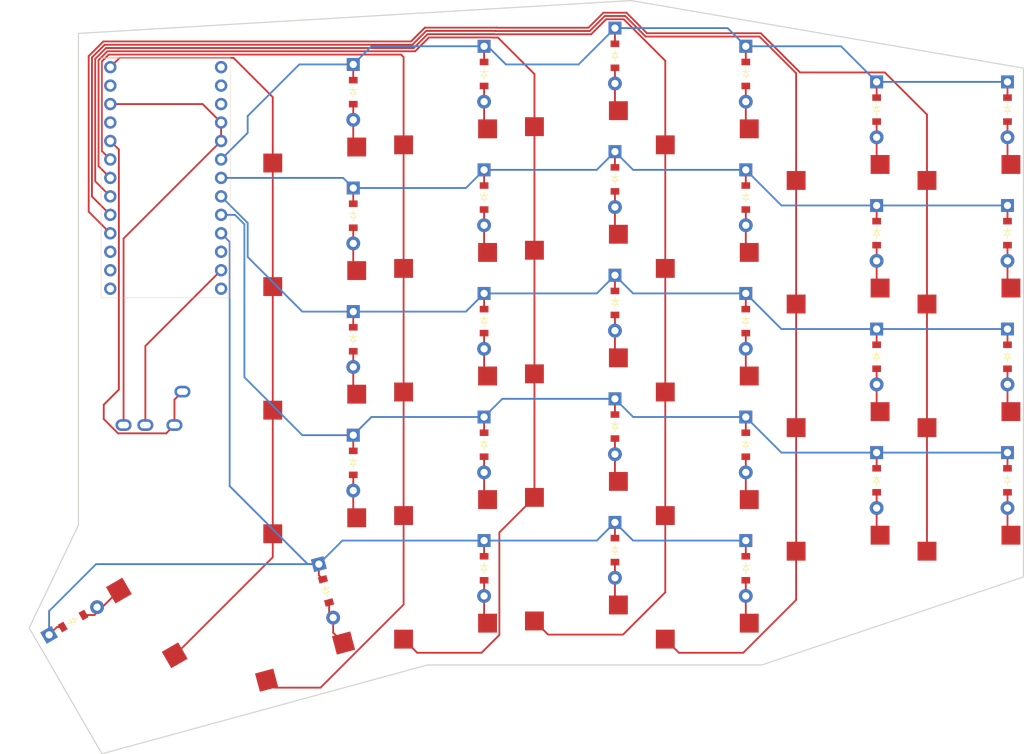
<source format=kicad_pcb>
(kicad_pcb (version 20221018) (generator pcbnew)
  (title_block (title "main_pcb") (rev "v1.0.0") (company "Unknown"))
  (layers (0 "F.Cu" signal) (31 "B.Cu" signal) (34 "B.Paste" user) (35 "F.Paste" user) (36 "B.SilkS" user "B.Silkscreen") (37 "F.SilkS" user "F.Silkscreen") (38 "B.Mask" user) (39 "F.Mask" user) (44 "Edge.Cuts" user))
  (net 0 "")
  (net 1 "P22")
  (net 2 "outer_bottom")
  (net 3 "outer_home")
  (net 4 "outer_top")
  (net 5 "outer_num")
  (net 6 "P26")
  (net 7 "pinky_bottom")
  (net 8 "pinky_home")
  (net 9 "pinky_top")
  (net 10 "pinky_num")
  (net 11 "ring_mod")
  (net 12 "P27")
  (net 13 "ring_bottom")
  (net 14 "ring_home")
  (net 15 "ring_top")
  (net 16 "ring_num")
  (net 17 "middle_mod")
  (net 18 "P28")
  (net 19 "middle_bottom")
  (net 20 "middle_home")
  (net 21 "middle_top")
  (net 22 "middle_num")
  (net 23 "index_mod")
  (net 24 "P29")
  (net 25 "index_bottom")
  (net 26 "index_home")
  (net 27 "index_top")
  (net 28 "index_num")
  (net 29 "P11")
  (net 30 "inner_bottom")
  (net 31 "inner_home")
  (net 32 "inner_top")
  (net 33 "inner_num")
  (net 34 "layer_cluster")
  (net 35 "space_cluster")
  (net 36 "P5")
  (net 37 "P4")
  (net 38 "P3")
  (net 39 "P2")
  (net 40 "P6")
  (net 41 "RAW")
  (net 42 "RST")
  (net 43 "VDD")
  (net 44 "GND")
  (net 45 "P0")
  (net 46 "P1")
  (net 47 "P7")
  (net 48 "P8")
  (net 49 "P9")
  (net 50 "P10")
  (net 51 "P20")
  (net 52 "P21")
  (net 53 "P23")
  (footprint "ComboDiode" (layer "F.Cu") (at 206.521426 157.3 -90)
    (fp_text reference "D21" hide)
    (fp_text value "")
  )
  (footprint "ComboDiode" (layer "F.Cu") (at 278.521426 128.2 -90)
    (fp_text reference "D4" hide)
    (fp_text value "")
  )
  (footprint "ComboDiode" (layer "F.Cu") (at 206.521426 191.3 -90)
    (fp_text reference "D19" hide)
    (fp_text value "")
  )
  (footprint "ComboDiode" (layer "F.Cu") (at 188.521426 176.8 -90)
    (fp_text reference "D24" hide)
    (fp_text value "")
  )
  (footprint "ComboDiode" (layer "F.Cu") (at 278.521426 179.2 -90)
    (fp_text reference "D1" hide)
    (fp_text value "")
  )
  (footprint "ComboDiode" (layer "F.Cu") (at 188.521426 142.8 -90)
    (fp_text reference "D26" hide)
    (fp_text value "")
  )
  (footprint "ComboDiode" (layer "F.Cu") (at 242.521426 191.3 -90)
    (fp_text reference "D9" hide)
    (fp_text value "")
  )
  (footprint "ComboDiode" (layer "F.Cu") (at 206.521426 123.3 -90)
    (fp_text reference "D23" hide)
    (fp_text value "")
  )
  (footprint "ComboDiode" (layer "F.Cu") (at 149.978801 198.555669 30)
    (fp_text reference "D29" hide)
    (fp_text value "")
  )
  (footprint "ComboDiode" (layer "F.Cu") (at 184.772135 194.410693 -75)
    (fp_text reference "D28" hide)
    (fp_text value "")
  )
  (footprint "ComboDiode" (layer "F.Cu") (at 242.521426 157.3 -90)
    (fp_text reference "D11" hide)
    (fp_text value "")
  )
  (footprint "ComboDiode" (layer "F.Cu") (at 224.521426 137.8 -90)
    (fp_text reference "D17" hide)
    (fp_text value "")
  )
  (footprint "ComboDiode" (layer "F.Cu") (at 224.521426 120.8 -90)
    (fp_text reference "D18" hide)
    (fp_text value "")
  )
  (footprint "ComboDiode" (layer "F.Cu") (at 242.521426 123.3 -90)
    (fp_text reference "D13" hide)
    (fp_text value "")
  )
  (footprint "ComboDiode" (layer "F.Cu") (at 188.521426 125.8 -90)
    (fp_text reference "D27" hide)
    (fp_text value "")
  )
  (footprint "ComboDiode" (layer "F.Cu") (at 278.521426 145.2 -90)
    (fp_text reference "D3" hide)
    (fp_text value "")
  )
  (footprint "ComboDiode" (layer "F.Cu") (at 242.521426 174.3 -90)
    (fp_text reference "D10" hide)
    (fp_text value "")
  )
  (footprint "ComboDiode" (layer "F.Cu") (at 260.521426 128.2 -90)
    (fp_text reference "D8" hide)
    (fp_text value "")
  )
  (footprint "ComboDiode" (layer "F.Cu") (at 278.521426 162.2 -90)
    (fp_text reference "D2" hide)
    (fp_text value "")
  )
  (footprint "ComboDiode" (layer "F.Cu") (at 260.521426 162.2 -90)
    (fp_text reference "D6" hide)
    (fp_text value "")
  )
  (footprint "ComboDiode" (layer "F.Cu") (at 188.521426 159.8 -90)
    (fp_text reference "D25" hide)
    (fp_text value "")
  )
  (footprint "ComboDiode" (layer "F.Cu") (at 260.521426 145.2 -90)
    (fp_text reference "D7" hide)
    (fp_text value "")
  )
  (footprint "ComboDiode" (layer "F.Cu") (at 206.521426 140.3 -90)
    (fp_text reference "D22" hide)
    (fp_text value "")
  )
  (footprint "ComboDiode" (layer "F.Cu") (at 242.521426 140.3 -90)
    (fp_text reference "D12" hide)
    (fp_text value "")
  )
  (footprint "ComboDiode" (layer "F.Cu") (at 206.521426 174.3 -90)
    (fp_text reference "D20" hide)
    (fp_text value "")
  )
  (footprint "ComboDiode" (layer "F.Cu") (at 224.521426 154.8 -90)
    (fp_text reference "D16" hide)
    (fp_text value "")
  )
  (footprint "ComboDiode" (layer "F.Cu") (at 224.521426 171.8 -90)
    (fp_text reference "D15" hide)
    (fp_text value "")
  )
  (footprint "ComboDiode" (layer "F.Cu") (at 224.521426 188.8 -90)
    (fp_text reference "D14" hide)
    (fp_text value "")
  )
  (footprint "ComboDiode" (layer "F.Cu") (at 260.521426 179.2 -90)
    (fp_text reference "D5" hide)
    (fp_text value "")
  )
  (footprint "PG1350" (layer "B.Cu") (at 252.721426 183)
    (fp_text reference "S5" hide)
    (fp_text value "" hide)
  )
  (footprint "PG1350" (layer "B.Cu") (at 252.721426 149)
    (fp_text reference "S7" hide)
    (fp_text value "" hide)
  )
  (footprint "PG1350" (layer "B.Cu") (at 234.721426 161.1)
    (fp_text reference "S11" hide)
    (fp_text value "" hide)
  )
  (footprint "PG1350" (layer "B.Cu") (at 198.721426 127.1)
    (fp_text reference "S23" hide)
    (fp_text value "" hide)
  )
  (footprint "PG1350" (layer "B.Cu") (at 270.721426 166)
    (fp_text reference "S2" hide)
    (fp_text value "" hide)
  )
  (footprint "PG1350" (layer "B.Cu") (at 234.721426 144.1)
    (fp_text reference "S12" hide)
    (fp_text value "" hide)
  )
  (footprint "PG1350" (layer "B.Cu") (at 198.721426 195.1)
    (fp_text reference "S19" hide)
    (fp_text value "" hide)
  )
  (footprint "PG1350" (layer "B.Cu") (at 178.221426 200.1 15)
    (fp_text reference "S28" hide)
    (fp_text value "" hide)
  )
  (footprint "PG1350" (layer "B.Cu") (at 198.721426 161.1)
    (fp_text reference "S21" hide)
    (fp_text value "" hide)
  )
  (footprint "PG1350" (layer "B.Cu") (at 198.721426 144.1)
    (fp_text reference "S22" hide)
    (fp_text value "" hide)
  )
  (footprint "PG1350" (layer "B.Cu") (at 157.169698 203.410667 120)
    (fp_text reference "S29" hide)
    (fp_text value "" hide)
  )
  (footprint "PG1350" (layer "B.Cu") (at 216.721426 175.6)
    (fp_text reference "S15" hide)
    (fp_text value "" hide)
  )
  (footprint "PG1350" (layer "B.Cu") (at 270.721426 183)
    (fp_text reference "S1" hide)
    (fp_text value "" hide)
  )
  (footprint "PG1350" (layer "B.Cu") (at 252.721426 132)
    (fp_text reference "S8" hide)
    (fp_text value "" hide)
  )
  (footprint "PG1350" (layer "B.Cu") (at 198.721426 178.1)
    (fp_text reference "S20" hide)
    (fp_text value "" hide)
  )
  (footprint "PG1350" (layer "B.Cu") (at 216.721426 192.6)
    (fp_text reference "S14" hide)
    (fp_text value "" hide)
  )
  (footprint "ProMicroAX" (layer "B.Cu") (at 162.721426 137.6 -90)
    (fp_text reference "MCU-AX1" hide)
    (fp_text value "")
  )
  (footprint "PG1350" (layer "B.Cu") (at 180.721426 163.6)
    (fp_text reference "S25" hide)
    (fp_text value "" hide)
  )
  (footprint "PG1350" (layer "B.Cu") (at 180.721426 129.6)
    (fp_text reference "S27" hide)
    (fp_text value "" hide)
  )
  (footprint "PG1350" (layer "B.Cu") (at 180.721426 146.6)
    (fp_text reference "S26" hide)
    (fp_text value "" hide)
  )
  (footprint "PG1350" (layer "B.Cu") (at 270.721426 132)
    (fp_text reference "S4" hide)
    (fp_text value "" hide)
  )
  (footprint "PG1350" (layer "B.Cu") (at 216.721426 141.6)
    (fp_text reference "S17" hide)
    (fp_text value "" hide)
  )
  (footprint "PG1350" (layer "B.Cu") (at 234.721426 127.1)
    (fp_text reference "S13" hide)
    (fp_text value "" hide)
  )
  (footprint "PG1350" (layer "B.Cu") (at 234.721426 178.1)
    (fp_text reference "S10" hide)
    (fp_text value "" hide)
  )
  (footprint "PG1350" (layer "B.Cu") (at 270.721426 149)
    (fp_text reference "S3" hide)
    (fp_text value "" hide)
  )
  (footprint "PG1350" (layer "B.Cu") (at 180.721426 180.6)
    (fp_text reference "S24" hide)
    (fp_text value "" hide)
  )
  (footprint "TRRS-PJ-320A-dual" (layer "B.Cu") (at 153.721426 171.6 -90)
    (fp_text reference "TRRS1")
    (fp_text value "TRRS-PJ-320A-dual")
  )
  (footprint "PG1350" (layer "B.Cu") (at 252.721426 166)
    (fp_text reference "S6" hide)
    (fp_text value "" hide)
  )
  (footprint "PG1350" (layer "B.Cu") (at 216.721426 124.6)
    (fp_text reference "S18" hide)
    (fp_text value "" hide)
  )
  (footprint "PG1350" (layer "B.Cu") (at 216.721426 158.6)
    (fp_text reference "S16" hide)
    (fp_text value "" hide)
  )
  (footprint "PG1350" (layer "B.Cu") (at 234.721426 195.1)
    (fp_text reference "S9" hide)
    (fp_text value "" hide)
  )
  (gr_line (start 143.942456 199.500413) (end 150.721426 185.35) (stroke (width 0.15)) (layer "Edge.Cuts"))
  (gr_line (start 198.721426 204.6) (end 153.942456 216.820921) (stroke (width 0.15)) (layer "Edge.Cuts"))
  (gr_line (start 150.721426 117.725) (end 226.721426 113.2) (stroke (width 0.15)) (layer "Edge.Cuts"))
  (gr_line (start 280.721426 192.5) (end 244.721426 204.6) (stroke (width 0.15)) (layer "Edge.Cuts"))
  (gr_line (start 226.721426 113.2) (end 280.721426 122.5) (stroke (width 0.15)) (layer "Edge.Cuts"))
  (gr_line (start 244.721426 204.6) (end 198.721426 204.6) (stroke (width 0.15)) (layer "Edge.Cuts"))
  (gr_line (start 153.942456 216.820921) (end 143.942456 199.500413) (stroke (width 0.15)) (layer "Edge.Cuts"))
  (gr_line (start 280.721426 122.5) (end 280.721426 192.5) (stroke (width 0.15)) (layer "Edge.Cuts"))
  (gr_line (start 150.721426 185.35) (end 150.721426 117.725) (stroke (width 0.15)) (layer "Edge.Cuts"))
  (segment (start 226.108218 114.876) (end 228.932218 117.7) (width 0.25) (layer "F.Cu") (net 1))
  (segment (start 154.140258 118.83) (end 196.471426 118.83) (width 0.25) (layer "F.Cu") (net 1))
  (segment (start 249.977822 123.09) (end 261.649426 123.09) (width 0.25) (layer "F.Cu") (net 1))
  (segment (start 155.101426 145.22) (end 152.126426 142.245) (width 0.25) (layer "F.Cu") (net 1))
  (segment (start 152.126426 142.245) (end 152.126426 120.843832) (width 0.25) (layer "F.Cu") (net 1))
  (segment (start 267.446426 137.95) (end 267.446426 188.95) (width 0.25) (layer "F.Cu") (net 1))
  (segment (start 261.649426 123.09) (end 267.446426 128.887) (width 0.25) (layer "F.Cu") (net 1))
  (segment (start 208.280614 116.926) (end 208.294614 116.94) (width 0.25) (layer "F.Cu") (net 1))
  (segment (start 244.587822 117.7) (end 249.977822 123.09) (width 0.25) (layer "F.Cu") (net 1))
  (segment (start 196.471426 118.83) (end 198.375426 116.926) (width 0.25) (layer "F.Cu") (net 1))
  (segment (start 220.870634 116.94) (end 222.934634 114.876) (width 0.25) (layer "F.Cu") (net 1))
  (segment (start 222.934634 114.876) (end 226.108218 114.876) (width 0.25) (layer "F.Cu") (net 1))
  (segment (start 208.294614 116.94) (end 220.870634 116.94) (width 0.25) (layer "F.Cu") (net 1))
  (segment (start 267.446426 128.887) (end 267.446426 137.95) (width 0.25) (layer "F.Cu") (net 1))
  (segment (start 198.375426 116.926) (end 208.280614 116.926) (width 0.25) (layer "F.Cu") (net 1))
  (segment (start 152.126426 120.843832) (end 154.140258 118.83) (width 0.25) (layer "F.Cu") (net 1))
  (segment (start 228.932218 117.7) (end 244.587822 117.7) (width 0.25) (layer "F.Cu") (net 1))
  (segment (start 278.521426 186.275) (end 278.996426 186.75) (width 0.25) (layer "F.Cu") (net 2))
  (segment (start 278.521426 180.85) (end 278.521426 186.275) (width 0.25) (layer "F.Cu") (net 2))
  (segment (start 278.521426 163.85) (end 278.521426 169.275) (width 0.25) (layer "F.Cu") (net 3))
  (segment (start 278.521426 169.275) (end 278.996426 169.75) (width 0.25) (layer "F.Cu") (net 3))
  (segment (start 278.521426 152.275) (end 278.996426 152.75) (width 0.25) (layer "F.Cu") (net 4))
  (segment (start 278.521426 146.85) (end 278.521426 152.275) (width 0.25) (layer "F.Cu") (net 4))
  (segment (start 278.521426 129.85) (end 278.521426 135.275) (width 0.25) (layer "F.Cu") (net 5))
  (segment (start 278.521426 135.275) (end 278.996426 135.75) (width 0.25) (layer "F.Cu") (net 5))
  (segment (start 208.108218 117.39) (end 221.05703 117.39) (width 0.25) (layer "F.Cu") (net 6))
  (segment (start 208.094218 117.376) (end 208.108218 117.39) (width 0.25) (layer "F.Cu") (net 6))
  (segment (start 249.446426 195.65) (end 242.171426 202.925) (width 0.25) (layer "F.Cu") (net 6))
  (segment (start 154.326654 119.28) (end 196.657822 119.28) (width 0.25) (layer "F.Cu") (net 6))
  (segment (start 196.657822 119.28) (end 198.561822 117.376) (width 0.25) (layer "F.Cu") (net 6))
  (segment (start 221.05703 117.39) (end 223.12103 115.326) (width 0.25) (layer "F.Cu") (net 6))
  (segment (start 249.446426 137.95) (end 249.446426 188.95) (width 0.25) (layer "F.Cu") (net 6))
  (segment (start 233.321426 202.925) (end 231.446426 201.05) (width 0.25) (layer "F.Cu") (net 6))
  (segment (start 225.921822 115.326) (end 228.745822 118.15) (width 0.25) (layer "F.Cu") (net 6))
  (segment (start 223.12103 115.326) (end 225.921822 115.326) (width 0.25) (layer "F.Cu") (net 6))
  (segment (start 242.171426 202.925) (end 233.321426 202.925) (width 0.25) (layer "F.Cu") (net 6))
  (segment (start 228.745822 118.15) (end 244.401426 118.15) (width 0.25) (layer "F.Cu") (net 6))
  (segment (start 152.576426 121.030228) (end 154.326654 119.28) (width 0.25) (layer "F.Cu") (net 6))
  (segment (start 249.446426 123.195) (end 249.446426 137.95) (width 0.25) (layer "F.Cu") (net 6))
  (segment (start 244.401426 118.15) (end 249.446426 123.195) (width 0.25) (layer "F.Cu") (net 6))
  (segment (start 249.446426 188.95) (end 249.446426 195.65) (width 0.25) (layer "F.Cu") (net 6))
  (segment (start 152.576426 140.155) (end 152.576426 121.030228) (width 0.25) (layer "F.Cu") (net 6))
  (segment (start 198.561822 117.376) (end 208.094218 117.376) (width 0.25) (layer "F.Cu") (net 6))
  (segment (start 155.101426 142.68) (end 152.576426 140.155) (width 0.25) (layer "F.Cu") (net 6))
  (segment (start 260.521426 180.85) (end 260.521426 186.275) (width 0.25) (layer "F.Cu") (net 7))
  (segment (start 260.521426 186.275) (end 260.996426 186.75) (width 0.25) (layer "F.Cu") (net 7))
  (segment (start 260.521426 169.275) (end 260.996426 169.75) (width 0.25) (layer "F.Cu") (net 8))
  (segment (start 260.521426 163.85) (end 260.521426 169.275) (width 0.25) (layer "F.Cu") (net 8))
  (segment (start 260.521426 152.275) (end 260.996426 152.75) (width 0.25) (layer "F.Cu") (net 9))
  (segment (start 260.521426 146.85) (end 260.521426 152.275) (width 0.25) (layer "F.Cu") (net 9))
  (segment (start 260.521426 135.275) (end 260.996426 135.75) (width 0.25) (layer "F.Cu") (net 10))
  (segment (start 260.521426 129.85) (end 260.521426 135.275) (width 0.25) (layer "F.Cu") (net 10))
  (segment (start 242.521426 192.95) (end 242.521426 198.375) (width 0.25) (layer "F.Cu") (net 11))
  (segment (start 242.521426 198.375) (end 242.996426 198.85) (width 0.25) (layer "F.Cu") (net 11))
  (segment (start 231.446426 121.487) (end 231.446426 133.05) (width 0.25) (layer "F.Cu") (net 12))
  (segment (start 153.026426 121.216624) (end 154.51305 119.73) (width 0.25) (layer "F.Cu") (net 12))
  (segment (start 215.321426 200.425) (end 213.446426 198.55) (width 0.25) (layer "F.Cu") (net 12))
  (segment (start 155.101426 140.14) (end 153.026426 138.065) (width 0.25) (layer "F.Cu") (net 12))
  (segment (start 231.446426 133.05) (end 231.446426 184.05) (width 0.25) (layer "F.Cu") (net 12))
  (segment (start 225.63011 200.425) (end 215.321426 200.425) (width 0.25) (layer "F.Cu") (net 12))
  (segment (start 207.921822 117.84) (end 221.243426 117.84) (width 0.25) (layer "F.Cu") (net 12))
  (segment (start 196.844218 119.73) (end 198.748218 117.826) (width 0.25) (layer "F.Cu") (net 12))
  (segment (start 198.748218 117.826) (end 207.907822 117.826) (width 0.25) (layer "F.Cu") (net 12))
  (segment (start 154.51305 119.73) (end 196.844218 119.73) (width 0.25) (layer "F.Cu") (net 12))
  (segment (start 223.307426 115.776) (end 225.735426 115.776) (width 0.25) (layer "F.Cu") (net 12))
  (segment (start 225.735426 115.776) (end 231.446426 121.487) (width 0.25) (layer "F.Cu") (net 12))
  (segment (start 231.446426 184.05) (end 231.446426 194.608684) (width 0.25) (layer "F.Cu") (net 12))
  (segment (start 231.446426 194.608684) (end 225.63011 200.425) (width 0.25) (layer "F.Cu") (net 12))
  (segment (start 207.907822 117.826) (end 207.921822 117.84) (width 0.25) (layer "F.Cu") (net 12))
  (segment (start 153.026426 138.065) (end 153.026426 121.216624) (width 0.25) (layer "F.Cu") (net 12))
  (segment (start 221.243426 117.84) (end 223.307426 115.776) (width 0.25) (layer "F.Cu") (net 12))
  (segment (start 242.521426 175.95) (end 242.521426 181.375) (width 0.25) (layer "F.Cu") (net 13))
  (segment (start 242.521426 181.375) (end 242.996426 181.85) (width 0.25) (layer "F.Cu") (net 13))
  (segment (start 242.521426 164.375) (end 242.996426 164.85) (width 0.25) (layer "F.Cu") (net 14))
  (segment (start 242.521426 158.95) (end 242.521426 164.375) (width 0.25) (layer "F.Cu") (net 14))
  (segment (start 242.521426 141.95) (end 242.521426 147.375) (width 0.25) (layer "F.Cu") (net 15))
  (segment (start 242.521426 147.375) (end 242.996426 147.85) (width 0.25) (layer "F.Cu") (net 15))
  (segment (start 242.521426 124.95) (end 242.521426 130.375) (width 0.25) (layer "F.Cu") (net 16))
  (segment (start 242.521426 130.375) (end 242.996426 130.85) (width 0.25) (layer "F.Cu") (net 16))
  (segment (start 224.521426 195.875) (end 224.996426 196.35) (width 0.25) (layer "F.Cu") (net 17))
  (segment (start 224.521426 190.45) (end 224.521426 195.875) (width 0.25) (layer "F.Cu") (net 17))
  (segment (start 206.165 202.925) (end 197.321426 202.925) (width 0.25) (layer "F.Cu") (net 18))
  (segment (start 208.621426 200.468574) (end 206.165 202.925) (width 0.25) (layer "F.Cu") (net 18))
  (segment (start 155.101426 137.6) (end 153.476426 135.975) (width 0.25) (layer "F.Cu") (net 18))
  (segment (start 207.735426 118.29) (end 208.421426 118.29) (width 0.25) (layer "F.Cu") (net 18))
  (segment (start 213.446426 181.55) (end 208.621426 186.375) (width 0.25) (layer "F.Cu") (net 18))
  (segment (start 197.030614 120.18) (end 198.934614 118.276) (width 0.25) (layer "F.Cu") (net 18))
  (segment (start 198.934614 118.276) (end 207.721426 118.276) (width 0.25) (layer "F.Cu") (net 18))
  (segment (start 207.721426 118.276) (end 207.735426 118.29) (width 0.25) (layer "F.Cu") (net 18))
  (segment (start 208.421426 118.29) (end 213.446426 123.315) (width 0.25) (layer "F.Cu") (net 18))
  (segment (start 154.699446 120.18) (end 197.030614 120.18) (width 0.25) (layer "F.Cu") (net 18))
  (segment (start 153.476426 121.40302) (end 154.699446 120.18) (width 0.25) (layer "F.Cu") (net 18))
  (segment (start 208.621426 186.375) (end 208.621426 200.468574) (width 0.25) (layer "F.Cu") (net 18))
  (segment (start 213.446426 130.55) (end 213.446426 181.55) (width 0.25) (layer "F.Cu") (net 18))
  (segment (start 213.446426 123.315) (end 213.446426 130.55) (width 0.25) (layer "F.Cu") (net 18))
  (segment (start 197.321426 202.925) (end 195.446426 201.05) (width 0.25) (layer "F.Cu") (net 18))
  (segment (start 153.476426 135.975) (end 153.476426 121.40302) (width 0.25) (layer "F.Cu") (net 18))
  (segment (start 224.521426 178.875) (end 224.996426 179.35) (width 0.25) (layer "F.Cu") (net 19))
  (segment (start 224.521426 173.45) (end 224.521426 178.875) (width 0.25) (layer "F.Cu") (net 19))
  (segment (start 224.521426 156.45) (end 224.521426 161.875) (width 0.25) (layer "F.Cu") (net 20))
  (segment (start 224.521426 161.875) (end 224.996426 162.35) (width 0.25) (layer "F.Cu") (net 20))
  (segment (start 224.521426 139.45) (end 224.521426 144.875) (width 0.25) (layer "F.Cu") (net 21))
  (segment (start 224.521426 144.875) (end 224.996426 145.35) (width 0.25) (layer "F.Cu") (net 21))
  (segment (start 224.521426 127.875) (end 224.996426 128.35) (width 0.25) (layer "F.Cu") (net 22))
  (segment (start 224.521426 122.45) (end 224.521426 124.61) (width 0.25) (layer "F.Cu") (net 22))
  (segment (start 224.521426 124.61) (end 224.521426 127.875) (width 0.25) (layer "F.Cu") (net 22))
  (segment (start 206.521426 198.375) (end 206.996426 198.85) (width 0.25) (layer "F.Cu") (net 23))
  (segment (start 206.521426 192.95) (end 206.521426 198.375) (width 0.25) (layer "F.Cu") (net 23))
  (segment (start 195.101426 120.63) (end 195.446426 120.975) (width 0.25) (layer "F.Cu") (net 24))
  (segment (start 195.446426 120.975) (end 195.446426 133.05) (width 0.25) (layer "F.Cu") (net 24))
  (segment (start 195.446426 133.05) (end 195.446426 184.05) (width 0.25) (layer "F.Cu") (net 24))
  (segment (start 155.101426 135.06) (end 153.926426 133.885) (width 0.25) (layer "F.Cu") (net 24))
  (segment (start 177.62536 207.722259) (end 176.597992 206.694891) (width 0.25) (layer "F.Cu") (net 24))
  (segment (start 153.926426 121.589416) (end 154.885842 120.63) (width 0.25) (layer "F.Cu") (net 24))
  (segment (start 154.885842 120.63) (end 195.101426 120.63) (width 0.25) (layer "F.Cu") (net 24))
  (segment (start 153.926426 133.885) (end 153.926426 121.589416) (width 0.25) (layer "F.Cu") (net 24))
  (segment (start 184.014295 207.722259) (end 177.62536 207.722259) (width 0.25) (layer "F.Cu") (net 24))
  (segment (start 195.446426 184.05) (end 195.446426 196.290128) (width 0.25) (layer "F.Cu") (net 24))
  (segment (start 195.446426 196.290128) (end 184.014295 207.722259) (width 0.25) (layer "F.Cu") (net 24))
  (segment (start 206.521426 175.95) (end 206.521426 181.375) (width 0.25) (layer "F.Cu") (net 25))
  (segment (start 206.521426 181.375) (end 206.996426 181.85) (width 0.25) (layer "F.Cu") (net 25))
  (segment (start 206.521426 158.95) (end 206.521426 164.375) (width 0.25) (layer "F.Cu") (net 26))
  (segment (start 206.521426 164.375) (end 206.996426 164.85) (width 0.25) (layer "F.Cu") (net 26))
  (segment (start 206.521426 141.95) (end 206.521426 147.375) (width 0.25) (layer "F.Cu") (net 27))
  (segment (start 206.521426 147.375) (end 206.996426 147.85) (width 0.25) (layer "F.Cu") (net 27))
  (segment (start 206.521426 130.375) (end 206.996426 130.85) (width 0.25) (layer "F.Cu") (net 28))
  (segment (start 206.521426 124.95) (end 206.521426 130.375) (width 0.25) (layer "F.Cu") (net 28))
  (segment (start 155.101426 122.36) (end 156.381426 121.08) (width 0.25) (layer "F.Cu") (net 29))
  (segment (start 177.446426 186.55) (end 177.446426 189.785523) (width 0.25) (layer "F.Cu") (net 29))
  (segment (start 156.381426 121.08) (end 172.041426 121.08) (width 0.25) (layer "F.Cu") (net 29))
  (segment (start 177.446426 135.55) (end 177.446426 186.55) (width 0.25) (layer "F.Cu") (net 29))
  (segment (start 172.041426 121.08) (end 177.446426 126.485) (width 0.25) (layer "F.Cu") (net 29))
  (segment (start 177.446426 189.785523) (end 163.960049 203.2719) (width 0.25) (layer "F.Cu") (net 29))
  (segment (start 177.446426 126.485) (end 177.446426 135.55) (width 0.25) (layer "F.Cu") (net 29))
  (segment (start 188.521426 183.875) (end 188.996426 184.35) (width 0.25) (layer "F.Cu") (net 30))
  (segment (start 188.521426 178.45) (end 188.521426 183.875) (width 0.25) (layer "F.Cu") (net 30))
  (segment (start 188.521426 166.875) (end 188.996426 167.35) (width 0.25) (layer "F.Cu") (net 31))
  (segment (start 188.521426 161.45) (end 188.521426 166.875) (width 0.25) (layer "F.Cu") (net 31))
  (segment (start 188.521426 144.45) (end 188.521426 149.875) (width 0.25) (layer "F.Cu") (net 32))
  (segment (start 188.521426 149.875) (end 188.996426 150.35) (width 0.25) (layer "F.Cu") (net 32))
  (segment (start 188.521426 132.875) (end 188.996426 133.35) (width 0.25) (layer "F.Cu") (net 33))
  (segment (start 188.521426 127.45) (end 188.521426 132.875) (width 0.25) (layer "F.Cu") (net 33))
  (segment (start 185.758236 200.153696) (end 187.185034 201.580494) (width 0.25) (layer "F.Cu") (net 34))
  (segment (start 185.199186 197.53182) (end 185.758236 198.09087) (width 0.25) (layer "F.Cu") (net 34))
  (segment (start 185.758236 198.09087) (end 185.758236 200.153696) (width 0.25) (layer "F.Cu") (net 34))
  (segment (start 185.199186 196.004471) (end 185.199186 197.53182) (width 0.25) (layer "F.Cu") (net 34))
  (segment (start 151.407743 197.730669) (end 152.918431 197.730669) (width 0.25) (layer "F.Cu") (net 35))
  (segment (start 152.918431 197.730669) (end 156.279793 194.369307) (width 0.25) (layer "F.Cu") (net 35))
  (segment (start 242.521426 170.49) (end 242.521426 172.65) (width 0.25) (layer "F.Cu") (net 36))
  (segment (start 188.521426 172.99) (end 188.521426 175.15) (width 0.25) (layer "F.Cu") (net 36))
  (segment (start 224.521426 167.99) (end 224.521426 170.15) (width 0.25) (layer "F.Cu") (net 36))
  (segment (start 206.521426 170.49) (end 206.521426 172.65) (width 0.25) (layer "F.Cu") (net 36))
  (segment (start 278.521426 175.39) (end 278.521426 177.55) (width 0.25) (layer "F.Cu") (net 36))
  (segment (start 260.521426 175.39) (end 260.521426 177.55) (width 0.25) (layer "F.Cu") (net 36))
  (segment (start 209.021426 167.99) (end 206.521426 170.49) (width 0.25) (layer "B.Cu") (net 36))
  (segment (start 247.421426 175.39) (end 242.521426 170.49) (width 0.25) (layer "B.Cu") (net 36))
  (segment (start 227.021426 170.49) (end 224.521426 167.99) (width 0.25) (layer "B.Cu") (net 36))
  (segment (start 172.24503 142.68) (end 170.341426 142.68) (width 0.25) (layer "B.Cu") (net 36))
  (segment (start 188.521426 172.99) (end 181.509776 172.99) (width 0.25) (layer "B.Cu") (net 36))
  (segment (start 173.545526 143.980496) (end 172.24503 142.68) (width 0.25) (layer "B.Cu") (net 36))
  (segment (start 278.521426 175.39) (end 260.521426 175.39) (width 0.25) (layer "B.Cu") (net 36))
  (segment (start 242.521426 170.49) (end 227.021426 170.49) (width 0.25) (layer "B.Cu") (net 36))
  (segment (start 260.521426 175.39) (end 247.421426 175.39) (width 0.25) (layer "B.Cu") (net 36))
  (segment (start 181.509776 172.99) (end 173.545526 165.02575) (width 0.25) (layer "B.Cu") (net 36))
  (segment (start 191.021426 170.49) (end 188.521426 172.99) (width 0.25) (layer "B.Cu") (net 36))
  (segment (start 206.521426 170.49) (end 191.021426 170.49) (width 0.25) (layer "B.Cu") (net 36))
  (segment (start 173.545526 165.02575) (end 173.545526 143.980496) (width 0.25) (layer "B.Cu") (net 36))
  (segment (start 224.521426 167.99) (end 209.021426 167.99) (width 0.25) (layer "B.Cu") (net 36))
  (segment (start 260.521426 158.39) (end 260.521426 160.55) (width 0.25) (layer "F.Cu") (net 37))
  (segment (start 242.521426 153.49) (end 242.521426 155.65) (width 0.25) (layer "F.Cu") (net 37))
  (segment (start 278.521426 158.39) (end 278.521426 160.55) (width 0.25) (layer "F.Cu") (net 37))
  (segment (start 188.521426 158.15) (end 188.521426 155.99) (width 0.25) (layer "F.Cu") (net 37))
  (segment (start 224.521426 150.99) (end 224.521426 153.15) (width 0.25) (layer "F.Cu") (net 37))
  (segment (start 206.521426 153.49) (end 206.521426 155.65) (width 0.25) (layer "F.Cu") (net 37))
  (segment (start 260.521426 158.39) (end 278.521426 158.39) (width 0.25) (layer "B.Cu") (net 37))
  (segment (start 173.995526 148.47575) (end 181.509776 155.99) (width 0.25) (layer "B.Cu") (net 37))
  (segment (start 170.341426 140.14) (end 173.995526 143.7941) (width 0.25) (layer "B.Cu") (net 37))
  (segment (start 227.021426 153.49) (end 242.521426 153.49) (width 0.25) (layer "B.Cu") (net 37))
  (segment (start 242.521426 153.49) (end 247.421426 158.39) (width 0.25) (layer "B.Cu") (net 37))
  (segment (start 222.021426 153.49) (end 224.521426 150.99) (width 0.25) (layer "B.Cu") (net 37))
  (segment (start 173.995526 143.7941) (end 173.995526 148.47575) (width 0.25) (layer "B.Cu") (net 37))
  (segment (start 247.421426 158.39) (end 260.521426 158.39) (width 0.25) (layer "B.Cu") (net 37))
  (segment (start 206.521426 153.49) (end 222.021426 153.49) (width 0.25) (layer "B.Cu") (net 37))
  (segment (start 181.509776 155.99) (end 188.521426 155.99) (width 0.25) (layer "B.Cu") (net 37))
  (segment (start 204.021426 155.99) (end 206.521426 153.49) (width 0.25) (layer "B.Cu") (net 37))
  (segment (start 224.521426 150.99) (end 227.021426 153.49) (width 0.25) (layer "B.Cu") (net 37))
  (segment (start 188.521426 155.99) (end 204.021426 155.99) (width 0.25) (layer "B.Cu") (net 37))
  (segment (start 206.521426 136.49) (end 206.521426 138.65) (width 0.25) (layer "F.Cu") (net 38))
  (segment (start 188.521426 138.99) (end 188.521426 141.15) (width 0.25) (layer "F.Cu") (net 38))
  (segment (start 260.521426 141.39) (end 260.521426 143.55) (width 0.25) (layer "F.Cu") (net 38))
  (segment (start 224.521426 133.99) (end 224.521426 136.15) (width 0.25) (layer "F.Cu") (net 38))
  (segment (start 278.521426 141.39) (end 278.521426 143.55) (width 0.25) (layer "F.Cu") (net 38))
  (segment (start 242.521426 136.49) (end 242.521426 138.65) (width 0.25) (layer "F.Cu") (net 38))
  (segment (start 206.521426 136.49) (end 222.021426 136.49) (width 0.25) (layer "B.Cu") (net 38))
  (segment (start 170.341426 137.6) (end 187.131426 137.6) (width 0.25) (layer "B.Cu") (net 38))
  (segment (start 204.021426 138.99) (end 206.521426 136.49) (width 0.25) (layer "B.Cu") (net 38))
  (segment (start 224.521426 133.99) (end 227.021426 136.49) (width 0.25) (layer "B.Cu") (net 38))
  (segment (start 222.021426 136.49) (end 224.521426 133.99) (width 0.25) (layer "B.Cu") (net 38))
  (segment (start 227.021426 136.49) (end 242.521426 136.49) (width 0.25) (layer "B.Cu") (net 38))
  (segment (start 242.521426 136.49) (end 247.421426 141.39) (width 0.25) (layer "B.Cu") (net 38))
  (segment (start 260.521426 141.39) (end 278.521426 141.39) (width 0.25) (layer "B.Cu") (net 38))
  (segment (start 188.521426 138.99) (end 204.021426 138.99) (width 0.25) (layer "B.Cu") (net 38))
  (segment (start 247.421426 141.39) (end 260.521426 141.39) (width 0.25) (layer "B.Cu") (net 38))
  (segment (start 187.131426 137.6) (end 188.521426 138.99) (width 0.25) (layer "B.Cu") (net 38))
  (segment (start 260.521426 124.39) (end 260.521426 126.55) (width 0.25) (layer "F.Cu") (net 39))
  (segment (start 278.521426 124.39) (end 278.521426 126.55) (width 0.25) (layer "F.Cu") (net 39))
  (segment (start 242.521426 119.49) (end 242.521426 121.65) (width 0.25) (layer "F.Cu") (net 39))
  (segment (start 188.521426 124.15) (end 188.521426 121.99) (width 0.25) (layer "F.Cu") (net 39))
  (segment (start 206.521426 119.49) (end 206.521426 121.65) (width 0.25) (layer "F.Cu") (net 39))
  (segment (start 224.521426 116.99) (end 224.521426 119.15) (width 0.25) (layer "F.Cu") (net 39))
  (segment (start 191.021426 119.49) (end 207.02 119.49) (width 0.25) (layer "B.Cu") (net 39))
  (segment (start 240.021426 116.99) (end 242.521426 119.49) (width 0.25) (layer "B.Cu") (net 39))
  (segment (start 188.521426 121.99) (end 191.021426 119.49) (width 0.25) (layer "B.Cu") (net 39))
  (segment (start 173.995526 131.4059) (end 173.995526 129.092216) (width 0.25) (layer "B.Cu") (net 39))
  (segment (start 173.995526 129.092216) (end 181.097742 121.99) (width 0.25) (layer "B.Cu") (net 39))
  (segment (start 209.52 121.99) (end 219.521426 121.99) (width 0.25) (layer "B.Cu") (net 39))
  (segment (start 181.097742 121.99) (end 188.521426 121.99) (width 0.25) (layer "B.Cu") (net 39))
  (segment (start 170.341426 135.06) (end 173.995526 131.4059) (width 0.25) (layer "B.Cu") (net 39))
  (segment (start 207.02 119.49) (end 209.52 121.99) (width 0.25) (layer "B.Cu") (net 39))
  (segment (start 260.521426 124.39) (end 278.521426 124.39) (width 0.25) (layer "B.Cu") (net 39))
  (segment (start 219.521426 121.99) (end 224.521426 116.99) (width 0.25) (layer "B.Cu") (net 39))
  (segment (start 242.521426 119.49) (end 255.621426 119.49) (width 0.25) (layer "B.Cu") (net 39))
  (segment (start 255.621426 119.49) (end 260.521426 124.39) (width 0.25) (layer "B.Cu") (net 39))
  (segment (start 224.521426 116.99) (end 240.021426 116.99) (width 0.25) (layer "B.Cu") (net 39))
  (segment (start 206.521426 187.49) (end 206.521426 189.65) (width 0.25) (layer "F.Cu") (net 40))
  (segment (start 224.521426 184.99) (end 224.521426 187.15) (width 0.25) (layer "F.Cu") (net 40))
  (segment (start 148.549859 199.380669) (end 147.759244 199.380669) (width 0.25) (layer "F.Cu") (net 40))
  (segment (start 183.786034 190.730516) (end 183.786034 192.257865) (width 0.25) (layer "F.Cu") (net 40))
  (segment (start 147.759244 199.380669) (end 146.679244 200.460669) (width 0.25) (layer "F.Cu") (net 40))
  (segment (start 183.786034 192.257865) (end 184.345084 192.816915) (width 0.25) (layer "F.Cu") (net 40))
  (segment (start 242.521426 187.49) (end 242.521426 189.65) (width 0.25) (layer "F.Cu") (net 40))
  (segment (start 182.250292 190.730516) (end 183.786034 190.730516) (width 0.25) (layer "B.Cu") (net 40))
  (segment (start 187.02655 187.49) (end 206.521426 187.49) (width 0.25) (layer "B.Cu") (net 40))
  (segment (start 171.516426 179.99665) (end 182.250292 190.730516) (width 0.25) (layer "B.Cu") (net 40))
  (segment (start 222.021426 187.49) (end 224.521426 184.99) (width 0.25) (layer "B.Cu") (net 40))
  (segment (start 183.786034 190.730516) (end 187.02655 187.49) (width 0.25) (layer "B.Cu") (net 40))
  (segment (start 227.021426 187.49) (end 242.521426 187.49) (width 0.25) (layer "B.Cu") (net 40))
  (segment (start 146.679244 197.18218) (end 146.679244 200.460669) (width 0.25) (layer "B.Cu") (net 40))
  (segment (start 153.131424 190.73) (end 154.021424 190.73) (width 0.25) (layer "B.Cu") (net 40))
  (segment (start 170.341426 145.22) (end 171.516426 146.395) (width 0.25) (layer "B.Cu") (net 40))
  (segment (start 224.521426 184.99) (end 227.021426 187.49) (width 0.25) (layer "B.Cu") (net 40))
  (segment (start 171.516426 146.395) (end 171.516426 179.99665) (width 0.25) (layer "B.Cu") (net 40))
  (segment (start 153.131424 190.73) (end 146.679244 197.18218) (width 0.25) (layer "B.Cu") (net 40))
  (segment (start 206.521426 187.49) (end 222.021426 187.49) (width 0.25) (layer "B.Cu") (net 40))
  (segment (start 154.021424 190.73) (end 154.02194 190.730516) (width 0.25) (layer "B.Cu") (net 40))
  (segment (start 183.786034 190.730516) (end 154.02194 190.730516) (width 0.25) (layer "B.Cu") (net 40))
  (segment (start 163.921426 171.6) (end 163.921426 168.1) (width 0.25) (layer "F.Cu") (net 43))
  (segment (start 154.196426 170.76599) (end 156.170436 172.74) (width 0.25) (layer "F.Cu") (net 43))
  (segment (start 155.101426 132.52) (end 156.276426 133.695) (width 0.25) (layer "F.Cu") (net 43))
  (segment (start 154.196426 168.803574) (end 154.196426 170.76599) (width 0.25) (layer "F.Cu") (net 43))
  (segment (start 156.276426 166.723574) (end 154.196426 168.803574) (width 0.25) (layer "F.Cu") (net 43))
  (segment (start 162.781426 172.74) (end 163.921426 171.6) (width 0.25) (layer "F.Cu") (net 43))
  (segment (start 156.170436 172.74) (end 162.781426 172.74) (width 0.25) (layer "F.Cu") (net 43))
  (segment (start 163.921426 168.1) (end 165.021426 167) (width 0.25) (layer "F.Cu") (net 43))
  (segment (start 156.276426 133.695) (end 156.276426 166.723574) (width 0.25) (layer "F.Cu") (net 43))
  (segment (start 170.341426 132.52) (end 156.921426 145.94) (width 0.25) (layer "F.Cu") (net 44))
  (segment (start 167.801426 127.44) (end 170.341426 129.98) (width 0.25) (layer "F.Cu") (net 44))
  (segment (start 156.921426 145.94) (end 156.921426 171.6) (width 0.25) (layer "F.Cu") (net 44))
  (segment (start 170.341426 129.98) (end 170.341426 132.52) (width 0.25) (layer "F.Cu") (net 44))
  (segment (start 155.101426 127.44) (end 167.801426 127.44) (width 0.25) (layer "F.Cu") (net 44))
  (segment (start 159.921426 160.72) (end 159.921426 171.6) (width 0.25) (layer "F.Cu") (net 48))
  (segment (start 170.341426 150.3) (end 159.921426 160.72) (width 0.25) (layer "F.Cu") (net 48))
)
</source>
